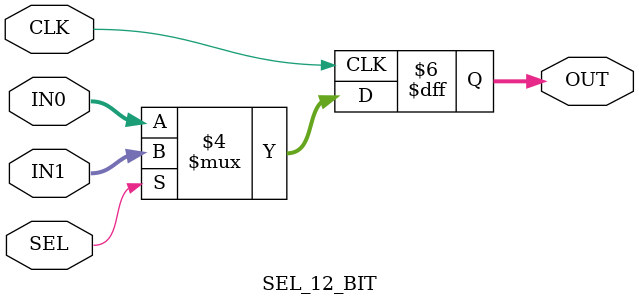
<source format=v>
module SEL_SPI_INPUT(
	input CLK,
	input CLK_1kHz,
	input SEL,
	input CS0,
	input CLK0,
	input MOSI0,
	input CS1,
	input CLK1,
	input MOSI1,	
	output reg SEL_AKTIV,
	output reg CS_OUT,
	output reg CLK_OUT,
	output reg MOSI_OUT);
	//
	parameter DELAY_TIME = 16'd100;
	//
	reg [15:0] counter;
	reg [0:0] status;
	//
	reg hri1; reg hri2;
	//
	wire 	imp1kHz;
	//wire 	imp1Hz_n;
	//
	assign	imp1kHz = (hri1 && !hri2);
	//assign	imp1kHz_n = (!hri1 && hri2);
	//
	initial
	begin
		CS_OUT <= 0;
		CLK_OUT <= 0;
		MOSI_OUT <= 0;
		SEL_AKTIV <= 0;
		//
		counter <= 0;
		status <= 0;
		//
		hri1 <= 0; hri2 <= 0;
	end
	//
	always @(posedge CLK)
	begin	
	//
	hri1 <= CLK_1kHz;
	hri2 <= hri1;	
	//
	if (imp1kHz) counter <= counter + 1;
	//
	if (SEL || (counter >= DELAY_TIME))
		begin
		counter <= 1;
		if(SEL) status <= 1;
		else status <= 0;
		end	
	//
	if (SEL_AKTIV)
		begin
		CS_OUT <= CS1;
		CLK_OUT <= CLK1;
		MOSI_OUT <= MOSI1;
		end		
	else
		begin
		CS_OUT <= CS0;
		CLK_OUT <= CLK0;
		MOSI_OUT <= MOSI0;
		end				
	//
	if (status == 0) 
		begin
		SEL_AKTIV <= 0;
		end
	//
	if (status == 1)
		begin
		SEL_AKTIV <= 1;
		end
	//	
	end
endmodule
////////////////////////////////////////////////////////////////////////////////////////////
module SEL_1_BIT(
	input SEL,
	input IN0,
	input IN1,
	output wire OUT);
	//
	assign OUT = (IN0 && !SEL) || (IN1 && SEL);
	//
endmodule
////////////////////////////////////////////////////////////////////////////////////////////

module SEL_12_BIT(
	input CLK,
	input SEL,
	input [11:0] IN0,
	input [11:0] IN1,
	output reg [11:0] OUT);
	//
	initial
		begin
			OUT <= 0;
		end
	//
	always @(posedge CLK)
	begin	
		if (SEL) OUT <= IN1;
		else OUT <= IN0;
	end
endmodule
////////////////////////////////////////////////////////////////////////////////////////////
</source>
